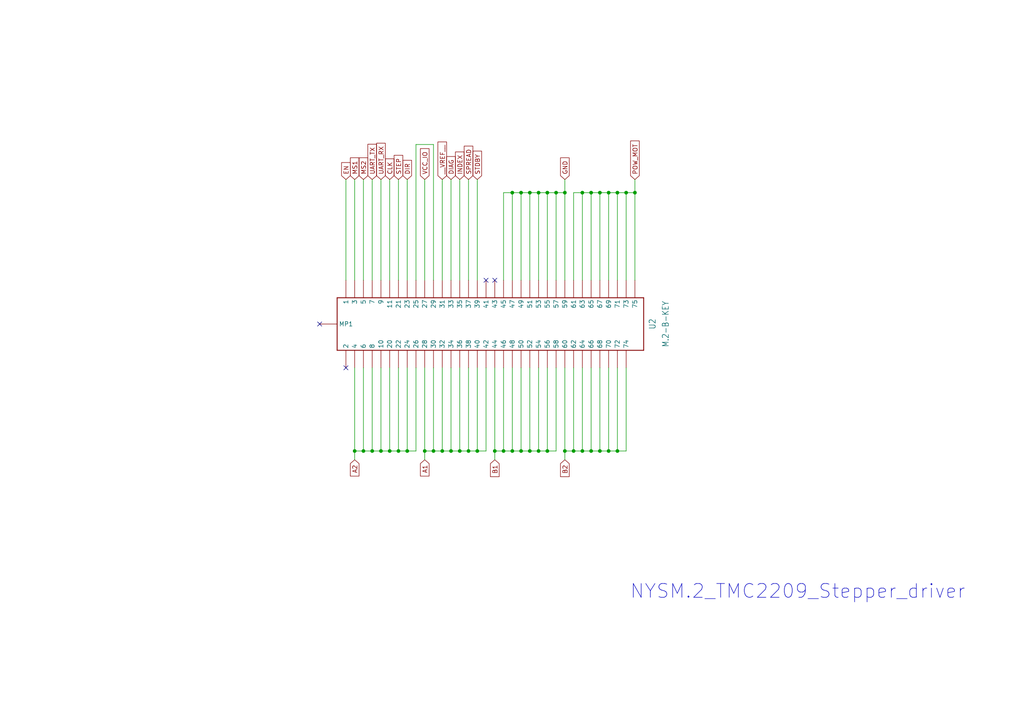
<source format=kicad_sch>
(kicad_sch (version 20250114) (generator "eeschema") (generator_version "9.0")
  (paper "A4")
  (title_block (title "NYSM.2 TMC2209 Module") (date "2024-10-22") (rev "2") (company "Boltz R&D") (comment 1 "License: This work is licensed under GPLV3"))
  (lib_symbols
    (symbol "M.2-Templates-eagle-import:M.2-B-KEY"
      (property "Value" "M.2-B-KEY" (at 8.89 -2.54 0))
      (symbol "M.2-B-KEY_1_0"
        (polyline (pts (xy 0 0) (xy 0 88.9)) (stroke (width 0.254)))
        (polyline (pts (xy 0 0) (xy 15.24 0)) (stroke (width 0.254)))
        (polyline (pts (xy 15.24 88.9) (xy 0 88.9)) (stroke (width 0.254)))
        (polyline (pts (xy 15.24 88.9) (xy 15.24 0)) (stroke (width 0.254)))
        (pin bidirectional line (at -5.08 86.36 0) (length 5.08) (name "2") (number "P$2"))
        (pin bidirectional line (at -5.08 83.82 0) (length 5.08) (name "4") (number "P$4"))
        (pin bidirectional line (at -5.08 81.28 0) (length 5.08) (name "6") (number "P$6"))
        (pin bidirectional line (at -5.08 78.74 0) (length 5.08) (name "8") (number "P$8"))
        (pin bidirectional line (at -5.08 76.2 0) (length 5.08) (name "10") (number "P$10"))
        (pin bidirectional line (at -5.08 73.66 0) (length 5.08) (name "20") (number "P$20"))
        (pin bidirectional line (at -5.08 71.12 0) (length 5.08) (name "22") (number "P$22"))
        (pin bidirectional line (at -5.08 68.58 0) (length 5.08) (name "24") (number "P$24"))
        (pin bidirectional line (at -5.08 66.04 0) (length 5.08) (name "26") (number "P$26"))
        (pin bidirectional line (at -5.08 63.5 0) (length 5.08) (name "28") (number "P$28"))
        (pin bidirectional line (at -5.08 60.96 0) (length 5.08) (name "30") (number "P$30"))
        (pin bidirectional line (at -5.08 58.42 0) (length 5.08) (name "32") (number "P$32"))
        (pin bidirectional line (at -5.08 55.88 0) (length 5.08) (name "34") (number "P$34"))
        (pin bidirectional line (at -5.08 53.34 0) (length 5.08) (name "36") (number "P$36"))
        (pin bidirectional line (at -5.08 50.8 0) (length 5.08) (name "38") (number "P$38"))
        (pin bidirectional line (at -5.08 48.26 0) (length 5.08) (name "40") (number "P$40"))
        (pin bidirectional line (at -5.08 45.72 0) (length 5.08) (name "42") (number "P$42"))
        (pin bidirectional line (at -5.08 43.18 0) (length 5.08) (name "44") (number "P$44"))
        (pin bidirectional line (at -5.08 40.64 0) (length 5.08) (name "46") (number "P$46"))
        (pin bidirectional line (at -5.08 38.1 0) (length 5.08) (name "48") (number "P$48"))
        (pin bidirectional line (at -5.08 35.56 0) (length 5.08) (name "50") (number "P$50"))
        (pin bidirectional line (at -5.08 33.02 0) (length 5.08) (name "52") (number "P$52"))
        (pin bidirectional line (at -5.08 30.48 0) (length 5.08) (name "54") (number "P$54"))
        (pin bidirectional line (at -5.08 27.94 0) (length 5.08) (name "56") (number "P$56"))
        (pin bidirectional line (at -5.08 25.4 0) (length 5.08) (name "58") (number "P$58"))
        (pin bidirectional line (at -5.08 22.86 0) (length 5.08) (name "60") (number "P$60"))
        (pin bidirectional line (at -5.08 20.32 0) (length 5.08) (name "62") (number "P$62"))
        (pin bidirectional line (at -5.08 17.78 0) (length 5.08) (name "64") (number "P$64"))
        (pin bidirectional line (at -5.08 15.24 0) (length 5.08) (name "66") (number "P$66"))
        (pin bidirectional line (at -5.08 12.7 0) (length 5.08) (name "68") (number "P$68"))
        (pin bidirectional line (at -5.08 10.16 0) (length 5.08) (name "70") (number "P$70"))
        (pin bidirectional line (at -5.08 7.62 0) (length 5.08) (name "72") (number "P$72"))
        (pin bidirectional line (at -5.08 5.08 0) (length 5.08) (name "74") (number "P$74"))
        (pin bidirectional line (at 7.62 93.98 270) (length 5.08) (name "MP1") (number "MOUNTING-HOLE"))
        (pin bidirectional line (at 20.32 86.36 180) (length 5.08) (name "1") (number "P$1"))
        (pin bidirectional line (at 20.32 83.82 180) (length 5.08) (name "3") (number "P$3"))
        (pin bidirectional line (at 20.32 81.28 180) (length 5.08) (name "5") (number "P$5"))
        (pin bidirectional line (at 20.32 78.74 180) (length 5.08) (name "7") (number "P$7"))
        (pin bidirectional line (at 20.32 76.2 180) (length 5.08) (name "9") (number "P$9"))
        (pin bidirectional line (at 20.32 73.66 180) (length 5.08) (name "11") (number "P$11"))
        (pin bidirectional line (at 20.32 71.12 180) (length 5.08) (name "21") (number "P$21"))
        (pin bidirectional line (at 20.32 68.58 180) (length 5.08) (name "23") (number "P$23"))
        (pin bidirectional line (at 20.32 66.04 180) (length 5.08) (name "25") (number "P$25"))
        (pin bidirectional line (at 20.32 63.5 180) (length 5.08) (name "27") (number "P$27"))
        (pin bidirectional line (at 20.32 60.96 180) (length 5.08) (name "29") (number "P$29"))
        (pin bidirectional line (at 20.32 58.42 180) (length 5.08) (name "31") (number "P$31"))
        (pin bidirectional line (at 20.32 55.88 180) (length 5.08) (name "33") (number "P$33"))
        (pin bidirectional line (at 20.32 53.34 180) (length 5.08) (name "35") (number "P$35"))
        (pin bidirectional line (at 20.32 50.8 180) (length 5.08) (name "37") (number "P$37"))
        (pin bidirectional line (at 20.32 48.26 180) (length 5.08) (name "39") (number "P$39"))
        (pin bidirectional line (at 20.32 45.72 180) (length 5.08) (name "41") (number "P$41"))
        (pin bidirectional line (at 20.32 43.18 180) (length 5.08) (name "43") (number "P$43"))
        (pin bidirectional line (at 20.32 40.64 180) (length 5.08) (name "45") (number "P$45"))
        (pin bidirectional line (at 20.32 38.1 180) (length 5.08) (name "47") (number "P$47"))
        (pin bidirectional line (at 20.32 35.56 180) (length 5.08) (name "49") (number "P$49"))
        (pin bidirectional line (at 20.32 33.02 180) (length 5.08) (name "51") (number "P$51"))
        (pin bidirectional line (at 20.32 30.48 180) (length 5.08) (name "53") (number "P$53"))
        (pin bidirectional line (at 20.32 27.94 180) (length 5.08) (name "55") (number "P$55"))
        (pin bidirectional line (at 20.32 25.4 180) (length 5.08) (name "57") (number "P$57"))
        (pin bidirectional line (at 20.32 22.86 180) (length 5.08) (name "59") (number "P$59"))
        (pin bidirectional line (at 20.32 20.32 180) (length 5.08) (name "61") (number "P$61"))
        (pin bidirectional line (at 20.32 17.78 180) (length 5.08) (name "63") (number "P$63"))
        (pin bidirectional line (at 20.32 15.24 180) (length 5.08) (name "65") (number "P$65"))
        (pin bidirectional line (at 20.32 12.7 180) (length 5.08) (name "67") (number "P$67"))
        (pin bidirectional line (at 20.32 10.16 180) (length 5.08) (name "69") (number "P$69"))
        (pin bidirectional line (at 20.32 7.62 180) (length 5.08) (name "71") (number "P$71"))
        (pin bidirectional line (at 20.32 5.08 180) (length 5.08) (name "73") (number "P$73"))
        (pin bidirectional line (at 20.32 2.54 180) (length 5.08) (name "75") (number "P$75"))
      )
    )
  )
  (text "NYSM.2_TMC2209_Stepper_driver" (at 182.626 173.99 0) (effects (font (size 4 4)) (justify left bottom)))
  (junction (at 158.75 55.88))
  (junction (at 118.11 130.81))
  (junction (at 173.99 130.81))
  (junction (at 102.87 130.81))
  (junction (at 171.45 55.88))
  (junction (at 148.59 130.81))
  (junction (at 123.19 130.81))
  (junction (at 113.03 130.81))
  (junction (at 163.83 55.88))
  (junction (at 176.53 55.88))
  (junction (at 148.59 55.88))
  (junction (at 176.53 130.81))
  (junction (at 125.73 130.81))
  (junction (at 153.67 55.88))
  (junction (at 128.27 130.81))
  (junction (at 151.13 130.81))
  (junction (at 184.15 55.88))
  (junction (at 107.95 130.81))
  (junction (at 161.29 55.88))
  (junction (at 163.83 130.81))
  (junction (at 105.41 130.81))
  (junction (at 156.21 55.88))
  (junction (at 146.05 130.81))
  (junction (at 135.89 130.81))
  (junction (at 171.45 130.81))
  (junction (at 138.43 130.81))
  (junction (at 168.91 55.88))
  (junction (at 143.51 130.81))
  (junction (at 173.99 55.88))
  (junction (at 158.75 130.81))
  (junction (at 153.67 130.81))
  (junction (at 130.81 130.81))
  (junction (at 179.07 55.88))
  (junction (at 179.07 130.81))
  (junction (at 156.21 130.81))
  (junction (at 133.35 130.81))
  (junction (at 110.49 130.81))
  (junction (at 168.91 130.81))
  (junction (at 151.13 55.88))
  (junction (at 181.61 55.88))
  (junction (at 166.37 130.81))
  (junction (at 115.57 130.81))
  (no_connect (at 140.97 81.28))
  (no_connect (at 143.51 81.28))
  (no_connect (at 100.33 106.68))
  (no_connect (at 92.71 93.98))
  (wire (pts (xy 148.59 130.81) (xy 151.13 130.81)))
  (wire (pts (xy 110.49 52.07) (xy 110.49 81.28)))
  (wire (pts (xy 163.83 106.68) (xy 163.83 130.81)))
  (wire (pts (xy 173.99 81.28) (xy 173.99 55.88)))
  (wire (pts (xy 135.89 106.68) (xy 135.89 130.81)))
  (wire (pts (xy 130.81 52.07) (xy 130.81 81.28)))
  (wire (pts (xy 179.07 106.68) (xy 179.07 130.81)))
  (wire (pts (xy 146.05 81.28) (xy 146.05 55.88)))
  (wire (pts (xy 161.29 55.88) (xy 158.75 55.88)))
  (wire (pts (xy 143.51 130.81) (xy 143.51 133.35)))
  (wire (pts (xy 181.61 81.28) (xy 181.61 55.88)))
  (wire (pts (xy 146.05 55.88) (xy 148.59 55.88)))
  (wire (pts (xy 120.65 41.91) (xy 120.65 81.28)))
  (wire (pts (xy 158.75 55.88) (xy 156.21 55.88)))
  (wire (pts (xy 138.43 52.07) (xy 138.43 81.28)))
  (wire (pts (xy 153.67 106.68) (xy 153.67 130.81)))
  (wire (pts (xy 166.37 130.81) (xy 168.91 130.81)))
  (wire (pts (xy 179.07 130.81) (xy 176.53 130.81)))
  (wire (pts (xy 156.21 106.68) (xy 156.21 130.81)))
  (wire (pts (xy 100.33 52.07) (xy 100.33 81.28)))
  (wire (pts (xy 115.57 106.68) (xy 115.57 130.81)))
  (wire (pts (xy 171.45 55.88) (xy 173.99 55.88)))
  (wire (pts (xy 156.21 130.81) (xy 153.67 130.81)))
  (wire (pts (xy 118.11 52.07) (xy 118.11 81.28)))
  (wire (pts (xy 130.81 130.81) (xy 128.27 130.81)))
  (wire (pts (xy 107.95 130.81) (xy 110.49 130.81)))
  (wire (pts (xy 168.91 55.88) (xy 171.45 55.88)))
  (wire (pts (xy 118.11 106.68) (xy 118.11 130.81)))
  (wire (pts (xy 135.89 52.07) (xy 135.89 81.28)))
  (wire (pts (xy 135.89 130.81) (xy 133.35 130.81)))
  (wire (pts (xy 151.13 130.81) (xy 153.67 130.81)))
  (wire (pts (xy 115.57 52.07) (xy 115.57 81.28)))
  (wire (pts (xy 158.75 55.88) (xy 158.75 81.28)))
  (wire (pts (xy 107.95 106.68) (xy 107.95 130.81)))
  (wire (pts (xy 151.13 55.88) (xy 151.13 81.28)))
  (wire (pts (xy 156.21 55.88) (xy 153.67 55.88)))
  (wire (pts (xy 176.53 106.68) (xy 176.53 130.81)))
  (wire (pts (xy 102.87 130.81) (xy 105.41 130.81)))
  (wire (pts (xy 171.45 81.28) (xy 171.45 55.88)))
  (wire (pts (xy 138.43 106.68) (xy 138.43 130.81)))
  (wire (pts (xy 166.37 55.88) (xy 168.91 55.88)))
  (wire (pts (xy 181.61 130.81) (xy 179.07 130.81)))
  (wire (pts (xy 125.73 41.91) (xy 120.65 41.91)))
  (wire (pts (xy 184.15 55.88) (xy 184.15 81.28)))
  (wire (pts (xy 158.75 106.68) (xy 158.75 130.81)))
  (wire (pts (xy 148.59 55.88) (xy 151.13 55.88)))
  (wire (pts (xy 105.41 130.81) (xy 107.95 130.81)))
  (wire (pts (xy 140.97 106.68) (xy 140.97 130.81)))
  (wire (pts (xy 184.15 52.07) (xy 184.15 55.88)))
  (wire (pts (xy 173.99 106.68) (xy 173.99 130.81)))
  (wire (pts (xy 161.29 106.68) (xy 161.29 130.81)))
  (wire (pts (xy 143.51 106.68) (xy 143.51 130.81)))
  (wire (pts (xy 107.95 52.07) (xy 107.95 81.28)))
  (wire (pts (xy 110.49 106.68) (xy 110.49 130.81)))
  (wire (pts (xy 163.83 55.88) (xy 163.83 81.28)))
  (wire (pts (xy 113.03 52.07) (xy 113.03 81.28)))
  (wire (pts (xy 163.83 52.07) (xy 163.83 55.88)))
  (wire (pts (xy 130.81 130.81) (xy 133.35 130.81)))
  (wire (pts (xy 166.37 106.68) (xy 166.37 130.81)))
  (wire (pts (xy 171.45 130.81) (xy 168.91 130.81)))
  (wire (pts (xy 123.19 106.68) (xy 123.19 130.81)))
  (wire (pts (xy 179.07 55.88) (xy 181.61 55.88)))
  (wire (pts (xy 102.87 106.68) (xy 102.87 130.81)))
  (wire (pts (xy 102.87 52.07) (xy 102.87 81.28)))
  (wire (pts (xy 102.87 130.81) (xy 102.87 133.35)))
  (wire (pts (xy 130.81 106.68) (xy 130.81 130.81)))
  (wire (pts (xy 179.07 81.28) (xy 179.07 55.88)))
  (wire (pts (xy 166.37 55.88) (xy 166.37 81.28)))
  (wire (pts (xy 161.29 55.88) (xy 161.29 81.28)))
  (wire (pts (xy 153.67 81.28) (xy 153.67 55.88)))
  (wire (pts (xy 168.91 106.68) (xy 168.91 130.81)))
  (wire (pts (xy 128.27 52.07) (xy 128.27 81.28)))
  (wire (pts (xy 163.83 130.81) (xy 163.83 133.35)))
  (wire (pts (xy 168.91 55.88) (xy 168.91 81.28)))
  (wire (pts (xy 133.35 52.07) (xy 133.35 81.28)))
  (wire (pts (xy 181.61 106.68) (xy 181.61 130.81)))
  (wire (pts (xy 128.27 106.68) (xy 128.27 130.81)))
  (wire (pts (xy 173.99 55.88) (xy 176.53 55.88)))
  (wire (pts (xy 123.19 52.07) (xy 123.19 81.28)))
  (wire (pts (xy 148.59 81.28) (xy 148.59 55.88)))
  (wire (pts (xy 158.75 130.81) (xy 156.21 130.81)))
  (wire (pts (xy 133.35 106.68) (xy 133.35 130.81)))
  (wire (pts (xy 123.19 130.81) (xy 125.73 130.81)))
  (wire (pts (xy 105.41 106.68) (xy 105.41 130.81)))
  (wire (pts (xy 148.59 106.68) (xy 148.59 130.81)))
  (wire (pts (xy 123.19 130.81) (xy 123.19 133.35)))
  (wire (pts (xy 156.21 55.88) (xy 156.21 81.28)))
  (wire (pts (xy 120.65 130.81) (xy 118.11 130.81)))
  (wire (pts (xy 125.73 41.91) (xy 125.73 81.28)))
  (wire (pts (xy 125.73 106.68) (xy 125.73 130.81)))
  (wire (pts (xy 115.57 130.81) (xy 113.03 130.81)))
  (wire (pts (xy 181.61 55.88) (xy 184.15 55.88)))
  (wire (pts (xy 110.49 130.81) (xy 113.03 130.81)))
  (wire (pts (xy 148.59 130.81) (xy 146.05 130.81)))
  (wire (pts (xy 113.03 106.68) (xy 113.03 130.81)))
  (wire (pts (xy 166.37 130.81) (xy 163.83 130.81)))
  (wire (pts (xy 176.53 81.28) (xy 176.53 55.88)))
  (wire (pts (xy 146.05 106.68) (xy 146.05 130.81)))
  (wire (pts (xy 171.45 130.81) (xy 173.99 130.81)))
  (wire (pts (xy 120.65 106.68) (xy 120.65 130.81)))
  (wire (pts (xy 118.11 130.81) (xy 115.57 130.81)))
  (wire (pts (xy 153.67 55.88) (xy 151.13 55.88)))
  (wire (pts (xy 105.41 52.07) (xy 105.41 81.28)))
  (wire (pts (xy 161.29 130.81) (xy 158.75 130.81)))
  (wire (pts (xy 146.05 130.81) (xy 143.51 130.81)))
  (wire (pts (xy 128.27 130.81) (xy 125.73 130.81)))
  (wire (pts (xy 138.43 130.81) (xy 135.89 130.81)))
  (wire (pts (xy 176.53 55.88) (xy 179.07 55.88)))
  (wire (pts (xy 176.53 130.81) (xy 173.99 130.81)))
  (wire (pts (xy 171.45 106.68) (xy 171.45 130.81)))
  (wire (pts (xy 163.83 55.88) (xy 161.29 55.88)))
  (wire (pts (xy 140.97 130.81) (xy 138.43 130.81)))
  (wire (pts (xy 151.13 106.68) (xy 151.13 130.81)))
  (global_label "GND" (shape input) (at 163.83 52.07 90) (property "Intersheetrefs" "${INTERSHEET_REFS}" (effects (hide yes))))
  (global_label "VCC_IO" (shape input) (at 123.19 52.07 90) (property "Intersheetrefs" "${INTERSHEET_REFS}" (effects (hide yes))))
  (global_label "A1" (shape input) (at 123.19 133.35 270) (property "Intersheetrefs" "${INTERSHEET_REFS}" (effects (hide yes))))
  (global_label "DIR" (shape input) (at 118.11 52.07 90) (property "Intersheetrefs" "${INTERSHEET_REFS}" (effects (hide yes))))
  (global_label "UART_RX" (shape input) (at 110.49 52.07 90) (property "Intersheetrefs" "${INTERSHEET_REFS}" (effects (hide yes))))
  (global_label "A2" (shape input) (at 102.87 133.35 270) (property "Intersheetrefs" "${INTERSHEET_REFS}" (effects (hide yes))))
  (global_label "B1" (shape input) (at 143.51 133.35 270) (property "Intersheetrefs" "${INTERSHEET_REFS}" (effects (hide yes))))
  (global_label "POW_MOT" (shape input) (at 184.15 52.07 90) (property "Intersheetrefs" "${INTERSHEET_REFS}" (effects (hide yes))))
  (global_label "B2" (shape input) (at 163.83 133.35 270) (property "Intersheetrefs" "${INTERSHEET_REFS}" (effects (hide yes))))
  (global_label "MS2" (shape input) (at 105.41 52.07 90) (property "Intersheetrefs" "${INTERSHEET_REFS}" (effects (hide yes))))
  (global_label "CLK" (shape input) (at 113.03 52.07 90) (property "Intersheetrefs" "${INTERSHEET_REFS}" (effects (hide yes))))
  (global_label "STDBY" (shape input) (at 138.43 52.07 90) (property "Intersheetrefs" "${INTERSHEET_REFS}" (effects (hide yes))))
  (global_label "DIAG" (shape input) (at 130.81 52.07 90) (property "Intersheetrefs" "${INTERSHEET_REFS}" (effects (hide yes))))
  (global_label "STEP" (shape input) (at 115.57 52.07 90) (property "Intersheetrefs" "${INTERSHEET_REFS}" (effects (hide yes))))
  (global_label "INDEX" (shape input) (at 133.35 52.07 90) (property "Intersheetrefs" "${INTERSHEET_REFS}" (effects (hide yes))))
  (global_label "EN" (shape input) (at 100.33 52.07 90) (property "Intersheetrefs" "${INTERSHEET_REFS}" (effects (hide yes))))
  (global_label "__VREF__" (shape input) (at 128.27 52.07 90) (property "Intersheetrefs" "${INTERSHEET_REFS}" (effects (hide yes))))
  (global_label "UART_TX" (shape input) (at 107.95 52.07 90) (property "Intersheetrefs" "${INTERSHEET_REFS}" (effects (hide yes))))
  (global_label "MS1" (shape input) (at 102.87 52.07 90) (property "Intersheetrefs" "${INTERSHEET_REFS}" (effects (hide yes))))
  (global_label "SPREAD" (shape input) (at 135.89 52.07 90) (property "Intersheetrefs" "${INTERSHEET_REFS}" (effects (hide yes))))
  (symbol (lib_id "M.2-Templates-eagle-import:M.2-B-KEY") (at 186.69 101.6 90) (unit 1)
    (property "Reference" "U2" (at 189.23 93.98 0) (effects (font (size 1.778 1.5113))))
    (property "Value" "M.2-B-KEY" (at 193.04 93.98 0) (effects (font (size 1.778 1.5113))))
    (property "Footprint" "NYSM2-Card-B-Key:NYSM2-Card-B-Key" (effects (hide yes)))
  )
)
</source>
